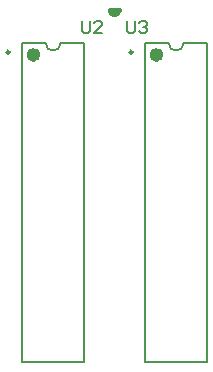
<source format=gto>
G04*
G04 #@! TF.GenerationSoftware,Altium Limited,Altium Designer,20.2.6 (244)*
G04*
G04 Layer_Color=65535*
%FSAX24Y24*%
%MOIN*%
G70*
G04*
G04 #@! TF.SameCoordinates,57D1006C-5FB8-4E46-A0DD-9EF21319E2AC*
G04*
G04*
G04 #@! TF.FilePolarity,Positive*
G04*
G01*
G75*
%ADD10C,0.0236*%
%ADD11C,0.0098*%
%ADD12C,0.0079*%
%ADD13C,0.0150*%
%ADD14C,0.0080*%
D10*
X224608Y136286D02*
G03*
X224608Y136286I-000118J000000D01*
G01*
X228708D02*
G03*
X228708Y136286I-000118J000000D01*
G01*
D11*
X223688Y136377D02*
G03*
X223688Y136377I-000049J000000D01*
G01*
X227788D02*
G03*
X227788Y136377I-000049J000000D01*
G01*
D12*
X224889Y136680D02*
G03*
X225389Y136680I000250J000000D01*
G01*
X228989D02*
G03*
X229489Y136680I000250J000000D01*
G01*
X224096Y126050D02*
X226182D01*
X225389Y136680D02*
X226182D01*
X224096D02*
X224889D01*
X226182Y126050D02*
Y136680D01*
X224096Y126050D02*
Y136680D01*
X228196Y126050D02*
X230282D01*
X229489Y136680D02*
X230282D01*
X228196D02*
X228989D01*
X230282Y126050D02*
Y136680D01*
X228196Y126050D02*
Y136680D01*
D13*
X227039Y137765D02*
G03*
X227339Y137765I000150J000000D01*
G01*
X227039D02*
X227339D01*
D14*
X226106Y137415D02*
Y137082D01*
X226172Y137015D01*
X226306D01*
X226372Y137082D01*
Y137415D01*
X226772Y137015D02*
X226506D01*
X226772Y137282D01*
Y137348D01*
X226706Y137415D01*
X226572D01*
X226506Y137348D01*
X227606Y137415D02*
Y137082D01*
X227672Y137015D01*
X227806D01*
X227872Y137082D01*
Y137415D01*
X228006Y137348D02*
X228072Y137415D01*
X228206D01*
X228272Y137348D01*
Y137282D01*
X228206Y137215D01*
X228139D01*
X228206D01*
X228272Y137148D01*
Y137082D01*
X228206Y137015D01*
X228072D01*
X228006Y137082D01*
M02*

</source>
